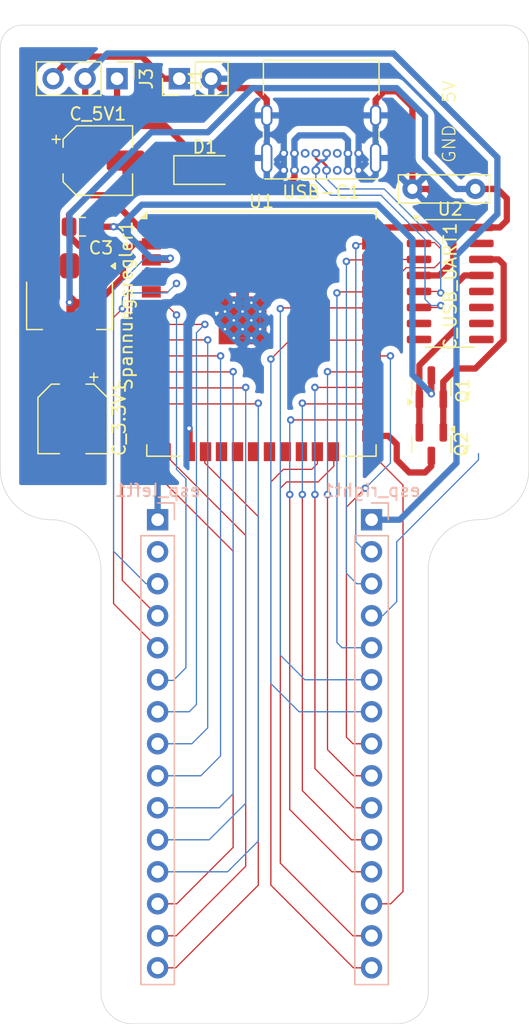
<source format=kicad_pcb>
(kicad_pcb (version 20241030) (generator "pcbnew") (generator_version "8.99")
  (layers (0 "F.Cu" signal) (2 "B.Cu" signal) (13 "F.Paste" user) (15 "B.Paste" user) (5 "F.SilkS" user "F.Silkscreen") (7 "B.SilkS" user "B.Silkscreen") (1 "F.Mask" user) (3 "B.Mask" user) (25 "Edge.Cuts" user))
  (net 0 "")
  (net 1 "ESP32_EN")
  (net 2 "GND")
  (net 3 "+3V3")
  (net 4 "+5V")
  (net 5 "Net-(D1-A)")
  (net 6 "VBUS")
  (net 7 "pin4")
  (net 8 "pin10")
  (net 9 "pin7")
  (net 10 "pin5")
  (net 11 "pin6")
  (net 12 "pin13")
  (net 13 "+3.3V")
  (net 14 "pin8")
  (net 15 "pin9")
  (net 16 "pin12")
  (net 17 "pin14")
  (net 18 "pin16")
  (net 19 "pin11")
  (net 20 "pin29")
  (net 21 "pin23")
  (net 22 "ESP32_RX")
  (net 23 "pin27")
  (net 24 "pin24")
  (net 25 "pin30")
  (net 26 "pin28")
  (net 27 "pin31")
  (net 28 "pin37")
  (net 29 "pin33")
  (net 30 "pin36")
  (net 31 "pin26")
  (net 32 "ESP32_TX")
  (net 33 "VCC")
  (net 34 "Net-(Q1-S)")
  (net 35 "Net-(Q1-G)")
  (net 36 "ESP32_IO0")
  (net 37 "D+")
  (net 38 "D-")
  (footprint "Capacitor_SMD:CP_Elec_5x5.7" (layer "F.Cu") (at 124.25 69.5 -90)
    (property "Reference" "C_3.3V1")
    (property "Value" "1uF")
  )
  (footprint "Connector_USB:USB_C_Receptacle_GCT_USB4085" (layer "F.Cu") (at 146.975 49.775 180)
    (property "Reference" "USB-C1")
    (property "Value" "USB_C_Receptacle_USB2.0_16P")
  )
  (footprint "RF_Module:ESP32-WROOM-32UE" (layer "F.Cu") (at 139.25 62.75)
    (property "Reference" "U1")
    (property "Value" "ESP32-WROOM-32UE")
  )
  (footprint "Diode_SMD:D_1206_3216Metric_Pad1.42x1.75mm_HandSolder" (layer "F.Cu") (at 134.75 49.75)
    (property "Reference" "D1")
    (property "Value" "D_Schottky")
  )
  (footprint "Package_SO:SOIC-16_3.9x9.9mm_P1.27mm" (layer "F.Cu") (at 154.25 58.75)
    (property "Reference" "U2")
    (property "Value" "CH340C")
  )
  (footprint "Package_TO_SOT_SMD:SOT-23" (layer "F.Cu") (at 152.75 71.5 -90)
    (property "Reference" "Q2")
    (property "Value" "BSS138")
  )
  (footprint "Package_TO_SOT_SMD:SOT-223-3_TabPin2" (layer "F.Cu") (at 124 60.5 -90)
    (property "Reference" "Spannungsregler1")
    (property "Value" "AMS1117-3.3")
  )
  (footprint "Package_TO_SOT_SMD:SOT-23" (layer "F.Cu") (at 152.75 67 90)
    (property "Reference" "Q1")
    (property "Value" "BSS138")
  )
  (footprint "Connector_PinHeader_2.54mm:PinHeader_1x02_P2.54mm_Vertical" (layer "F.Cu") (at 132.725 42.5 90)
    (property "Reference" "J1")
    (property "Value" "Conn_01x02_Pin")
  )
  (footprint "Capacitor_SMD:C_0805_2012Metric_Pad1.18x1.45mm_HandSolder" (layer "F.Cu") (at 125 54.25 180)
    (property "Reference" "C3")
    (property "Value" "1uF")
  )
  (footprint "Connector_PinHeader_2.54mm:PinHeader_1x03_P2.54mm_Vertical" (layer "F.Cu") (at 127.775 42.5 -90)
    (property "Reference" "J3")
    (property "Value" "Conn_01x03_Pin")
  )
  (footprint "Capacitor_THT:C_Rect_L7.0mm_W2.0mm_P5.00mm" (layer "F.Cu") (at 156.25 51.25 180)
    (property "Reference" "C_USB_UART1")
    (property "Value" "100nF")
  )
  (footprint "Capacitor_SMD:CP_Elec_5x5.7" (layer "F.Cu") (at 126.25 49)
    (property "Reference" "C_5V1")
    (property "Value" "1uF")
  )
  (footprint "Connector_PinHeader_2.54mm:PinHeader_1x15_P2.54mm_Vertical" (layer "B.Cu") (at 148 77.5 180)
    (property "Reference" "esp_right1")
    (property "Value" "Conn_01x15_Pin")
  )
  (footprint "Connector_PinHeader_2.54mm:PinHeader_1x15_P2.54mm_Vertical" (layer "B.Cu") (at 131 77.5 180)
    (property "Reference" "esp_left1")
    (property "Value" "Conn_01x15_Pin")
  )
  (gr_arc (start 158.75 38.25) (mid 159.987437 38.762563) (end 160.5 40) (stroke (width 0.05)) (layer "Edge.Cuts"))
  (gr_line (start 160.5 73.5) (end 160.5 40) (stroke (width 0.05)) (layer "Edge.Cuts"))
  (gr_line (start 126.5 81.5) (end 126.5 114) (stroke (width 0.05)) (layer "Edge.Cuts"))
  (gr_arc (start 160.5 73.5) (mid 159.328427 76.328427) (end 156.5 77.5) (stroke (width 0.05)) (layer "Edge.Cuts"))
  (gr_arc (start 129 117.5) (mid 127.232233 116.767767) (end 126.5 115) (stroke (width 0.05)) (layer "Edge.Cuts"))
  (gr_arc (start 152.5 115) (mid 151.767767 116.767767) (end 150 117.5) (stroke (width 0.05)) (layer "Edge.Cuts"))
  (gr_arc (start 152.5 81.5) (mid 153.671573 78.671573) (end 156.5 77.5) (stroke (width 0.05)) (layer "Edge.Cuts"))
  (gr_line (start 129 117.5) (end 150 117.5) (stroke (width 0.05)) (layer "Edge.Cuts"))
  (gr_arc (start 122.5 77.5) (mid 125.328427 78.671573) (end 126.5 81.5) (stroke (width 0.05)) (layer "Edge.Cuts"))
  (gr_line (start 118.5 40) (end 118.5 73.5) (stroke (width 0.05)) (layer "Edge.Cuts"))
  (gr_arc (start 122.5 77.5) (mid 119.671573 76.328427) (end 118.5 73.5) (stroke (width 0.05)) (layer "Edge.Cuts"))
  (gr_line (start 126.5 115) (end 126.5 114) (stroke (width 0.05)) (layer "Edge.Cuts"))
  (gr_line (start 158.75 38.25) (end 120.25 38.25) (stroke (width 0.05)) (layer "Edge.Cuts"))
  (gr_arc (start 118.5 40) (mid 119.012563 38.762563) (end 120.25 38.25) (stroke (width 0.05)) (layer "Edge.Cuts"))
  (gr_line (start 152.5 81.5) (end 152.5 115) (stroke (width 0.05)) (layer "Edge.Cuts"))
  (gr_text "5V\n" (at 154.75 44.5 90) (layer "F.SilkS") (effects (font (size 1 1) (thickness 0.1)) (justify left bottom)))
  (gr_text "GND\n" (at 154.75 49.25 90) (layer "F.SilkS") (effects (font (size 1 1) (thickness 0.1)) (justify left bottom)))
  (segment (start 152.75 67.5) (end 152.75 67.25) (width 0.5) (layer "F.Cu") (net 1))
  (segment (start 127.5 54.25) (end 126.0375 54.25) (width 0.5) (layer "F.Cu") (net 1))
  (segment (start 152.75 66.0625) (end 152.75 67.5) (width 0.5) (layer "F.Cu") (net 1))
  (segment (start 131.87 56.88) (end 130.5 56.88) (width 0.5) (layer "F.Cu") (net 1))
  (segment (start 132 56.75) (end 131.87 56.88) (width 0.5) (layer "F.Cu") (net 1))
  (via (at 152.75 67.5) (size 0.6) (drill 0.3) (layers "F.Cu" "B.Cu") (net 1))
  (via (at 127.5 54.25) (size 0.6) (drill 0.3) (layers "F.Cu" "B.Cu") (net 1))
  (via (at 132 56.75) (size 0.6) (drill 0.3) (layers "F.Cu" "B.Cu") (net 1))
  (segment (start 128.625 53.625) (end 129.75 52.5) (width 0.5) (layer "B.Cu") (net 1))
  (segment (start 127.5 60.124322) (end 127.5 59.75) (width 0.1) (layer "B.Cu") (net 1))
  (segment (start 128 54.25) (end 128.625 53.625) (width 0.5) (layer "B.Cu") (net 1))
  (segment (start 127.5 59.25) (end 130.25 56.5) (width 0.1) (layer "B.Cu") (net 1))
  (segment (start 128.75 55) (end 128.625 54.875) (width 0.5) (layer "B.Cu") (net 1))
  (segment (start 129.75 52.5) (end 148.5 52.5) (width 0.5) (layer "B.Cu") (net 1))
  (segment (start 128.625 54.875) (end 128.625 53.625) (width 0.5) (layer "B.Cu") (net 1))
  (segment (start 127.5 54.25) (end 128 54.25) (width 0.5) (layer "B.Cu") (net 1))
  (segment (start 128 54.25) (end 128.375 54.625) (width 0.5) (layer "B.Cu") (net 1))
  (segment (start 130.5 56.75) (end 132 56.75) (width 0.5) (layer "B.Cu") (net 1))
  (segment (start 128.625 53.625) (end 128.375 53.875) (width 0.5) (layer "B.Cu") (net 1))
  (segment (start 128.75 55) (end 130.25 56.5) (width 0.5) (layer "B.Cu") (net 1))
  (segment (start 128.375 53.875) (end 128.375 54.625) (width 0.5) (layer "B.Cu") (net 1))
  (segment (start 131 82.58) (end 130.08 82.58) (width 0.1) (layer "B.Cu") (net 1))
  (segment (start 127.5 80) (end 127.5 59.75) (width 0.1) (layer "B.Cu") (net 1))
  (segment (start 148.5 52.5) (end 151.25 55.25) (width 0.5) (layer "B.Cu") (net 1))
  (segment (start 127.5 59.75) (end 127.5 59.25) (width 0.1) (layer "B.Cu") (net 1))
  (segment (start 151.25 55.25) (end 151.25 66) (width 0.5) (layer "B.Cu") (net 1))
  (segment (start 130.08 82.58) (end 127.5 80) (width 0.1) (layer "B.Cu") (net 1))
  (segment (start 128.375 54.625) (end 128.75 55) (width 0.5) (layer "B.Cu") (net 1))
  (segment (start 151.25 66) (end 152.75 67.5) (width 0.5) (layer "B.Cu") (net 1))
  (segment (start 130.25 56.5) (end 130.5 56.75) (width 0.5) (layer "B.Cu") (net 1))
  (segment (start 136.59 54.34) (end 137.75 55.5) (width 0.5) (layer "F.Cu") (net 2))
  (segment (start 126.3 57.35) (end 126.3 56.3) (width 0.5) (layer "F.Cu") (net 2))
  (segment (start 148.035 54.305) (end 148 54.34) (width 0.5) (layer "F.Cu") (net 2))
  (segment (start 128.45 49) (end 128.45 50.3) (width 0.5) (layer "F.Cu") (net 2))
  (segment (start 138.66 54.34) (end 137.75 55.25) (width 0.5) (layer "F.Cu") (net 2))
  (segment (start 139.675 45.325) (end 139.75 45.25) (width 0.5) (layer "F.Cu") (net 2))
  (segment (start 125.5 51.75) (end 123.9625 53.2875) (width 0.5) (layer "F.Cu") (net 2))
  (segment (start 125.75 55.75) (end 124.75 55.75) (width 0.5) (layer "F.Cu") (net 2))
  (segment (start 137.75 60.28) (end 137.75 56) (width 1) (layer "F.Cu") (net 2))
  (segment (start 149 43.5) (end 148.325 44.175) (width 0.5) (layer "F.Cu") (net 2))
  (segment (start 141 48.5) (end 141.025 48.525) (width 0.5) (layer "F.Cu") (net 2))
  (segment (start 136.25 54.34) (end 139.5 54.34) (width 0.5) (layer "F.Cu") (net 2))
  (segment (start 153.75 53.75) (end 153.75 52.5) (width 0.5) (layer "F.Cu") (net 2))
  (segment (start 139.5 54.34) (end 138.66 54.34) (width 0.5) (layer "F.Cu") (net 2))
  (segment (start 153.75 52.5) (end 152.5 51.25) (width 0.5) (layer "F.Cu") (net 2))
  (segment (start 151.775 54.305) (end 153.195 54.305) (width 0.5) (layer "F.Cu") (net 2))
  (segment (start 135.75 54.34) (end 136.25 54.34) (width 0.5) (layer "F.Cu") (net 2))
  (segment (start 139.675 45.415) (end 139.675 44.175) (width 0.5) (layer "F.Cu") (net 2))
  (segment (start 141.025 48.425) (end 141.025 48.475) (width 0.5) (layer "F.Cu") (net 2))
  (segment (start 136.25 54.5) (end 137.75 56) (width 0.5) (layer "F.Cu") (net 2))
  (segment (start 151.275 54.305) (end 148.035 54.305) (width 0.5) (layer "F.Cu") (net 2))
  (segment (start 137.75 56) (end 139.41 54.34) (width 0.5) (layer "F.Cu") (net 2))
  (segment (start 126.3 56.3) (end 125.75 55.75) (width 0.5) (layer "F.Cu") (net 2))
  (segment (start 139.41 54.34) (end 139.5 54.34) (width 0.5) (layer "F.Cu") (net 2))
  (segment (start 139.675 44.175) (end 138.75 43.25) (width 0.5) (layer "F.Cu") (net 2))
  (segment (start 135.75 54.34) (end 136.84 54.34) (width 0.5) (layer "F.Cu") (net 2))
  (segment (start 150 43.5) (end 149 43.5) (width 0.5) (layer "F.Cu") (net 2))
  (segment (start 152.5 51.25) (end 151.25 51.25) (width 0.5) (layer "F.Cu") (net 2))
  (segment (start 130.5 54.34) (end 135.75 54.34) (width 0.5) (layer "F.Cu") (net 2))
  (segment (start 151.25 44.75) (end 150 43.5) (width 0.5) (layer "F.Cu") (net 2))
  (segment (start 137.75 55.25) (end 137.75 54.75) (width 1) (layer "F.Cu") (net 2))
  (segment (start 128.45 50.3) (end 127 51.75) (width 0.5) (layer "F.Cu") (net 2))
  (segment (start 153.195 54.305) (end 153.75 53.75) (width 0.5) (layer "F.Cu") (net 2))
  (segment (start 136.25 54.34) (end 136.59 54.34) (width 0.5) (layer "F.Cu") (net 2))
  (segment (start 136.015 43.25) (end 135.265 42.5) (width 0.5) (layer "F.Cu") (net 2))
  (segment (start 137.75 56) (end 137.75 55.5) (width 1) (layer "F.Cu") (net 2))
  (segment (start 148.325 44.175) (end 148.325 45.415) (width 0.5) (layer "F.Cu") (net 2))
  (segment (start 139.5 54.34) (end 148 54.34) (width 0.5) (layer "F.Cu") (net 2))
  (segment (start 136.84 54.34) (end 137.75 55.25) (width 0.5) (layer "F.Cu") (net 2))
  (segment (start 133.535 72.1) (end 133.535 70.25) (width 0.5) (layer "F.Cu") (net 2))
  (segment (start 138.75 43.25) (end 136.015 43.25) (width 0.5) (layer "F.Cu") (net 2))
  (segment (start 136.25 54.34) (end 136.25 54.5) (width 0.5) (layer "F.Cu") (net 2))
  (segment (start 141.025 48.475) (end 141 48.5) (width 0.5) (layer "F.Cu") (net 2))
  (segment (start 123.9625 54.9625) (end 123.9625 54.25) (width 0.5) (layer "F.Cu") (net 2))
  (segment (start 129.59 54.34) (end 127 51.75) (width 0.5) (layer "F.Cu") (net 2))
  (segment (start 124.75 55.75) (end 123.9625 54.9625) (width 0.5) (layer "F.Cu") (net 2))
  (segment (start 139.5 54.34) (end 138.91 54.34) (width 0.5) (layer "F.Cu") (net 2))
  (segment (start 127 51.75) (end 125.5 51.75) (width 0.5) (layer "F.Cu") (net 2))
  (segment (start 138.91 54.34) (end 137.75 55.5) (width 0.5) (layer "F.Cu") (net 2))
  (segment (start 151.25 51.25) (end 151.25 44.75) (width 0.5) (layer "F.Cu") (net 2))
  (segment (start 133.535 70.25) (end 133.5 70.25) (width 0.5) (layer "F.Cu") (net 2))
  (segment (start 130.5 54.34) (end 129.59 54.34) (width 0.5) (layer "F.Cu") (net 2))
  (segment (start 137.75 55.5) (end 137.75 55.25) (width 1) (layer "F.Cu") (net 2))
  (segment (start 139.675 45.415) (end 139.675 45.325) (width 0.5) (layer "F.Cu") (net 2))
  (segment (start 123.9625 53.2875) (end 123.9625 54.25) (width 0.5) (layer "F.Cu") (net 2))
  (via (at 133.5 70.25) (size 0.6) (drill 0.3) (layers "F.Cu" "B.Cu") (net 2))
  (segment (start 139.675 50.425) (end 140 50.75) (width 0.5) (layer "B.Cu") (net 2))
  (segment (start 139.675 45.415) (end 139.675 48.795) (width 0.5) (layer "B.Cu") (net 2))
  (segment (start 141.025 50.225) (end 141.025 49.775) (width 0.5) (layer "B.Cu") (net 2))
  (segment (start 139.15 62.38) (end 138.45 63.08) (width 0.1) (layer "B.Cu") (net 2))
  (segment (start 137.75 60.98) (end 138.45 61.68) (width 0.1) (layer "B.Cu") (net 2))
  (segment (start 137.05 61.68) (end 137.75 62.38) (width 0.1) (layer "B.Cu") (net 2))
  (segment (start 134 61.25) (end 134.5 60.75) (width 0.5) (layer "B.Cu") (net 2))
  (segment (start 137.05 63.08) (end 136.35 62.38) (width 0.1) (layer "B.Cu") (net 2))
  (segment (start 131 60.75) (end 131.5 60.25) (width 0.5) (layer "B.Cu") (net 2))
  (segment (start 139.15 62.38) (end 139.15 60.98) (width 0.1) (layer "B.Cu") (net 2))
  (segment (start 148.325 50.175) (end 148.325 48.795) (width 0.5) (layer "B.Cu") (net 2))
  (segment (start 133.75 61.5) (end 134 61.25) (width 0.5) (layer "B.Cu") (net 2))
  (segment (start 147.25 50.5) (end 148 50.5) (width 0.5) (layer "B.Cu") (net 2))
  (segment (start 140 50.75) (end 140.5 50.75) (width 0.5) (layer "B.Cu") (net 2))
  (segment (start 145.75 45.5) (end 142 45.5) (width 0.5) (layer "B.Cu") (net 2))
  (segment (start 137.75 62.38) (end 138.45 61.68) (width 0.1) (layer "B.Cu") (net 2))
  (segment (start 133.75 60.25) (end 134 60.25) (width 0.5) (layer "B.Cu") (net 2))
  (segment (start 131.5 60.25) (end 133.75 60.25) (width 0.5) (layer "B.Cu") (net 2))
  (segment (start 139.675 48.795) (end 139.675 50.425) (width 0.5) (layer "B.Cu") (net 2))
  (segment (start 146.975 50.225) (end 147.25 50.5) (width 0.5) (layer "B.Cu") (net 2))
  (segment (start 136.35 62.38) (end 137.05 61.68) (width 0.1) (layer "B.Cu") (net 2))
  (segment (start 134 60.25) (end 134.5 60.75) (width 0.5) (layer "B.Cu") (net 2))
  (segment (start 133.875 60.875) (end 133.75 60.75) (width 0.5) (layer "B.Cu") (net 2))
  (segment (start 139.15 60.98) (end 138.45 61.68) (width 0.5) (layer "B.Cu") (net 2))
  (segment (start 148 50.5) (end 148.325 50.175) (width 0.5) (layer "B.Cu") (net 2))
  (segment (start 137.05 63.08) (end 137.75 62.38) (width 0.1) (layer "B.Cu") (net 2))
  (segment (start 134.375 60.875) (end 133.875 60.875) (width 0.5) (layer "B.Cu") (net 2))
  (segment (start 140.5 50.75) (end 141.025 50.225) (width 0.5) (layer "B.Cu") (net 2))
  (segment (start 138.45 60.28) (end 139.15 60.98) (width 0.5) (layer "B.Cu") (net 2))
  (segment (start 142 45.5) (end 141.025 46.475) (width 0.5) (layer "B.Cu") (net 2))
  (segment (start 133.75 60.25) (end 133.75 61.5) (width 0.5) (layer "B.Cu") (net 2))
  (segment (start 136.35 60.98) (end 137.05 61.68) (width 0.1) (layer "B.Cu") (net 2))
  (segment (start 146.975 49.775) (end 146.975 50.225) (width 0.5) (layer "B.Cu") (net 2))
  (segment (start 137.75 62.38) (end 138.45 63.08) (width 0.1) (layer "B.Cu") (net 2))
  (segment (start 141.025 46.475) (end 141.025 48.425) (width 0.5) (layer "B.Cu") (net 2))
  (segment (start 137.05 63.08) (end 138.45 63.08) (width 0.1) (layer "B.Cu") (net 2))
  (segment (start 146.975 48.425) (end 146.975 46.725) (width 0.5) (layer "B.Cu") (net 2))
  (segment (start 146.975 46.725) (end 145.75 45.5) (width 0.5) (layer "B.Cu") (net 2))
  (segment (start 136.58 60.75) (end 137.05 60.28) (width 0.5) (layer "B.Cu") (net 2))
  (segment (start 133.75 60.25) (end 133.75 60.75) (width 0.5) (layer "B.Cu") (net 2))
  (segment (start 138.45 61.68) (end 139.15 62.38) (width 0.1) (layer "B.Cu") (net 2))
  (segment (start 134.5 60.75) (end 134.375 60.875) (width 0.5) (layer "B.Cu") (net 2))
  (segment (start 141.025 48.425) (end 141.025 49.775) (width 0.5) (layer "B.Cu") (net 2))
  (segment (start 146.975 48.425) (end 146.975 49.775) (width 0.5) (layer "B.Cu") (net 2))
  (segment (start 148.325 45.415) (end 148.325 48.795) (width 0.5) (layer "B.Cu") (net 2))
  (segment (start 134.5 60.75) (end 136.58 60.75) (width 0.5) (layer "B.Cu") (net 2))
  (segment (start 133.75 60.75) (end 133.75 61) (width 0.5) (layer "B.Cu") (net 2))
  (segment (start 137.75 60.98) (end 137.05 61.68) (width 0.1) (layer "B.Cu") (net 2))
  (segment (start 133.75 61) (end 134 61.25) (width 0.5) (layer "B.Cu") (net 2))
  (segment (start 133.5 61.75) (end 133.75 61.5) (width 0.5) (layer "B.Cu") (net 2))
  (segment (start 131 77.5) (end 131 60.75) (width 0.5) (layer "B.Cu") (net 2))
  (segment (start 133.5 70.25) (end 133.5 61.75) (width 0.5) (layer "B.Cu") (net 2))
  (segment (start 137.05 60.28) (end 138.45 60.28) (width 0.5) (layer "B.Cu") (net 2))
  (segment (start 158 51.25) (end 157.5 51.25) (width 0.5) (layer "F.Cu") (net 3))
  (segment (start 154.5 55.25) (end 155.445 54.305) (width 0.5) (layer "F.Cu") (net 3))
  (segment (start 128.25 58.25) (end 126.25 60.25) (width 0.5) (layer "F.Cu") (net 3))
  (segment (start 124.5 60.25) (end 124 59.75) (width 0.5) (layer "F.Cu") (net 3))
  (segment (start 156.25 51.25) (end 157.5 51.25) (width 0.5) (layer "F.Cu") (net 3))
  (segment (start 124 57.35) (end 124 59.75) (width 0.5) (layer "F.Cu") (net 3))
  (segment (start 129.14 55.61) (end 128.25 56.5) (width 0.5) (layer "F.Cu") (net 3))
  (segment (start 124.25 63.9) (end 124 63.65) (width 0.5) (layer "F.Cu") (net 3))
  (segment (start 124.25 67.3) (end 124.25 63.9) (width 0.5) (layer "F.Cu") (net 3))
  (segment (start 130.5 55.61) (end 129.14 55.61) (width 0.5) (layer "F.Cu") (net 3))
  (segment (start 154.5 57) (end 154.5 55.25) (width 0.5) (layer "F.Cu") (net 3))
  (segment (start 124 60.25) (end 124 60) (width 0.5) (layer "F.Cu") (net 3))
  (segment (start 153.385 58.115) (end 154.5 57) (width 0.5) (layer "F.Cu") (net 3))
  (segment (start 155.445 54.305) (end 156.725 54.305) (width 0.5) (layer "F.Cu") (net 3))
  (segment (start 124.75 60.25) (end 124 61) (width 0.5) (layer "F.Cu") (net 3))
  (segment (start 128.25 56.5) (end 128.25 58.25) (width 0.5) (layer "F.Cu") (net 3))
  (segment (start 158.75 52) (end 158 51.25) (width 0.5) (layer "F.Cu") (net 3))
  (segment (start 151.775 58.115) (end 153.385 58.115) (width 0.5) (layer "F.Cu") (net 3))
  (segment (start 156.25 51.25) (end 158 51.25) (width 0.5) (layer "F.Cu") (net 3))
  (segment (start 126.25 60.25) (end 124.75 60.25) (width 0.5) (layer "F.Cu") (net 3))
  (segment (start 158.195 54.305) (end 158.75 53.75) (width 0.5) (layer "F.Cu") (net 3))
  (segment (start 158.75 53.75) (end 158.75 52) (width 0.5) (layer "F.Cu") (net 3))
  (segment (start 124 60.25) (end 124 61) (width 0.5) (layer "F.Cu") (net 3))
  (segment (start 124 59.75) (end 124 60.25) (width 0.5) (layer "F.Cu") (net 3))
  (segment (start 124 61) (end 124 63.65) (width 0.5) (layer "F.Cu") (net 3))
  (segment (start 124.75 60.25) (end 124 60.25) (width 0.5) (layer "F.Cu") (net 3))
  (segment (start 156.725 54.305) (end 158.195 54.305) (width 0.5) (layer "F.Cu") (net 3))
  (segment (start 124.75 60.25) (end 124.5 60.25) (width 0.5) (layer "F.Cu") (net 3))
  (via (at 124 60.25) (size 0.6) (drill 0.3) (layers "F.Cu" "B.Cu") (net 3))
  (segment (start 130.5 46.75) (end 124 53.25) (width 0.5) (layer "B.Cu") (net 3))
  (segment (start 150 43.25) (end 138.5 43.25) (width 0.5) (layer "B.Cu") (net 3))
  (segment (start 152.25 45.5) (end 150 43.25) (width 0.5) (layer "B.Cu") (net 3))
  (segment (start 152.25 48.75) (end 152.25 45.5) (width 0.5) (layer "B.Cu") (net 3))
  (segment (start 124 53.25) (end 124 60.25) (width 0.5) (layer "B.Cu") (net 3))
  (segment (start 138.5 43.25) (end 135 46.75) (width 0.5) (layer "B.Cu") (net 3))
  (segment (start 135 46.75) (end 130.5 46.75) (width 0.5) (layer "B.Cu") (net 3))
  (segment (start 154.75 51.25) (end 152.25 48.75) (width 0.5) (layer "B.Cu") (net 3))
  (segment (start 156.25 51.25) (end 154.75 51.25) (width 0.5) (layer "B.Cu") (net 3))
  (segment (start 122.2 49) (end 121.7 48.5) (width 0.5) (layer "F.Cu") (net 4))
  (segment (start 125.25 42.515) (end 125.235 42.5) (width 0.5) (layer "F.Cu") (net 4))
  (segment (start 122.5 49) (end 121.75 49.75) (width 0.5) (layer "F.Cu") (net 4))
  (segment (start 124.05 49) (end 122.5 49) (width 0.5) (layer "F.Cu") (net 4))
  (segment (start 121.7 49.75) (end 121.7 49) (width 0.5) (layer "F.Cu") (net 4))
  (segment (start 122.5 49) (end 121.7 49) (width 0.5) (layer "F.Cu") (net 4))
  (segment (start 121.7 48.5) (end 121.7 48.25) (width 0.5) (layer "F.Cu") (net 4))
  (segment (start 121.7 50.25) (end 121.7 49.75) (width 0.5) (layer "F.Cu") (net 4))
  (segment (start 121.7 49) (end 121.7 48.5) (width 0.5) (layer "F.Cu") (net 4))
  (segment (start 124.05 49) (end 122.95 49) (width 0.5) (layer "F.Cu") (net 4))
  (segment (start 121.7 47.55) (end 125.25 44) (width 0.5) (layer "F.Cu") (net 4))
  (segment (start 123.15 49) (end 121.7 47.55) (width 0.5) (layer "F.Cu") (net 4))
  (segment (start 121.75 49.75) (end 121.7 49.75) (width 0.5) (layer "F.Cu") (net 4))
  (segment (start 124.05 49) (end 123.15 49) (width 0.5) (layer "F.Cu") (net 4))
  (segment (start 125.25 44) (end 125.25 42.515) (width 0.5) (layer "F.Cu") (net 4))
  (segment (start 122.45 49) (end 121.7 48.25) (width 0.5) (layer "F.Cu") (net 4))
  (segment (start 121.7 57.35) (end 121.7 57.45) (width 0.5) (layer "F.Cu") (net 4))
  (segment (start 122.5 49) (end 122.45 49) (width 0.5) (layer "F.Cu") (net 4))
  (segment (start 121.7 57.35) (end 121.7 50.25) (width 0.5) (layer "F.Cu") (net 4))
  (segment (start 121.7 57.45) (end 121.75 57.5) (width 0.5) (layer "F.Cu") (net 4))
  (segment (start 122.95 49) (end 121.7 50.25) (width 0.5) (layer "F.Cu") (net 4))
  (segment (start 122.5 49) (end 122.2 49) (width 0.5) (layer "F.Cu") (net 4))
  (segment (start 121.7 48.25) (end 121.7 47.55) (width 0.5) (layer "F.Cu") (net 4))
  (segment (start 149.75 40.5) (end 127 40.5) (width 0.5) (layer "B.Cu") (net 4))
  (segment (start 154.75 73) (end 154.75 56.5) (width 0.5) (layer "B.Cu") (net 4))
  (segment (start 158 53.25) (end 158 48.75) (width 0.5) (layer "B.Cu") (net 4))
  (segment (start 150.25 77.5) (end 154.75 73) (width 0.5) (layer "B.Cu") (net 4))
  (segment (start 127 40.5) (end 125.235 42.265) (width 0.5) (layer "B.Cu") (net 4))
  (segment (start 158 48.75) (end 149.75 40.5) (width 0.5) (layer "B.Cu") (net 4))
  (segment (start 154.75 56.5) (end 158 53.25) (width 0.5) (layer "B.Cu") (net 4))
  (segment (start 125.235 42.265) (end 125.235 42.5) (width 0.5) (layer "B.Cu") (net 4))
  (segment (start 148 77.5) (end 150.25 77.5) (width 0.5) (layer "B.Cu") (net 4))
  (segment (start 141.875 48.375) (end 141.924 48.326) (width 0.5) (layer "F.Cu") (net 5))
  (segment (start 141.875 48.425) (end 141.875 48.375) (width 0.5) (layer "F.Cu") (net 5))
  (segment (start 136.4875 50) (end 136.2375 49.75) (width 0.5) (layer "F.Cu") (net 5))
  (segment (start 139 51) (end 138 50) (width 0.5) (layer "F.Cu") (net 5))
  (segment (start 141.25 51) (end 139 51) (width 0.5) (layer "F.Cu") (net 5))
  (segment (start 141.875 50.375) (end 141.875 49.775) (width 0.5) (layer "F.Cu") (net 5))
  (segment (start 141.875 50.375) (end 141.25 51) (width 0.5) (layer "F.Cu") (net 5))
  (segment (start 138 50) (end 136.4875 50) (width 0.5) (layer "F.Cu") (net 5))
  (segment (start 141.875 48.425) (end 141.875 49.775) (width 0.5) (layer "B.Cu") (net 5))
  (segment (start 141.875 47.375) (end 141.875 48.425) (width 0.5) (layer "B.Cu") (net 5))
  (segment (start 146.125 49.775) (end 146.125 48.425) (width 0.5) (layer "B.Cu") (net 5))
  (segment (start 142.25 47) (end 141.875 47.375) (width 0.5) (layer "B.Cu") (net 5))
  (segment (start 146.125 47.375) (end 145.75 47) (width 0.5) (layer "B.Cu") (net 5))
  (segment (start 146.125 48.425) (end 146.125 47.375) (width 0.5) (layer "B.Cu") (net 5))
  (segment (start 145.75 47) (end 142.25 47) (width 0.5) (layer "B.Cu") (net 5))
  (segment (start 129.75 46.25) (end 131.625 46.25) (width 0.5) (layer "F.Cu") (net 6))
  (segment (start 131.625 46.25) (end 133.2625 47.8875) (width 0.5) (layer "F.Cu") (net 6))
  (segment (start 127.775 42.5) (end 127.775 44.275) (width 0.5) (layer "F.Cu") (net 6))
  (segment (start 127.775 44.275) (end 129.75 46.25) (width 0.5) (layer "F.Cu") (net 6))
  (segment (start 133.2625 47.8875) (end 133.2625 49.75) (width 0.5) (layer "F.Cu") (net 6))
  (segment (start 128.19 82.31) (end 128.19 62.75) (width 0.1) (layer "F.Cu") (net 7))
  (segment (start 128.19 62.75) (end 128.75 62.19) (width 0.1) (layer "F.Cu") (net 7))
  (segment (start 131 85.12) (end 128.19 82.31) (width 0.1) (layer "F.Cu") (net 7))
  (segment (start 129.6 58.15) (end 130.5 58.15) (width 0.1) (layer "F.Cu") (net 7))
  (segment (start 128.75 62.19) (end 128.75 59) (width 0.1) (layer "F.Cu") (net 7))
  (segment (start 128.75 59) (end 129.6 58.15) (width 0.1) (layer "F.Cu") (net 7))
  (segment (start 136.98 65.77) (end 137 65.75) (width 0.1) (layer "F.Cu") (net 8))
  (segment (start 130.5 65.77) (end 136.98 65.77) (width 0.1) (layer "F.Cu") (net 8))
  (via (at 137 65.75) (size 0.6) (drill 0.3) (layers "F.Cu" "B.Cu") (net 8))
  (segment (start 137 99.25) (end 137 65.75) (width 0.1) (layer "B.Cu") (net 8))
  (segment (start 135.89 100.36) (end 137 99.25) (width 0.1) (layer "B.Cu") (net 8))
  (segment (start 131 100.36) (end 135.89 100.36) (width 0.1) (layer "B.Cu") (net 8))
  (segment (start 130.54 62) (end 130.5 61.96) (width 0.1) (layer "F.Cu") (net 9))
  (segment (start 130.626 62.086) (end 130.5 61.96) (width 0.1) (layer "F.Cu") (net 9))
  (segment (start 134.75 62) (end 134.664 62.086) (width 0.1) (layer "F.Cu") (net 9))
  (segment (start 134.75 62) (end 130.54 62) (width 0.1) (layer "F.Cu") (net 9))
  (via (at 134.75 62) (size 0.6) (drill 0.3) (layers "F.Cu" "B.Cu") (net 9))
  (segment (start 134.086 62.664) (end 134.75 62) (width 0.1) (layer "B.Cu") (net 9))
  (segment (start 134.086 92.164) (end 133.51 92.74) (width 0.1) (layer "B.Cu") (net 9))
  (segment (start 133.51 92.74) (end 131 92.74) (width 0.1) (layer "B.Cu") (net 9))
  (segment (start 134.086 62.664) (end 134.086 92.164) (width 0.1) (layer "B.Cu") (net 9))
  (segment (start 134 75.208521) (end 134.036 75.172521) (width 0.1) (layer "B.Cu") (net 9))
  (segment (start 130.5 59.42) (end 131.83 59.42) (width 0.1) (layer "F.Cu") (net 10))
  (segment (start 131.83 59.42) (end 132.5 58.75) (width 0.1) (layer "F.Cu") (net 10))
  (segment (start 127.5 84.16) (end 131 87.66) (width 0.1) (layer "F.Cu") (net 10))
  (segment (start 127.5 61.45) (end 127.5 84.16) (width 0.1) (layer "F.Cu") (net 10))
  (segment (start 128.2 60.75) (end 127.5 61.45) (width 0.1) (layer "F.Cu") (net 10))
  (via (at 128.2 60.75) (size 0.6) (drill 0.3) (layers "F.Cu" "B.Cu") (net 10))
  (via (at 132.5 58.75) (size 0.6) (drill 0.3) (layers "F.Cu" "B.Cu") (net 10))
  (segment (start 128.2 59.85) (end 128.55 59.5) (width 0.1) (layer "B.Cu") (net 10))
  (segment (start 128.2 60.75) (end 128.2 59.85) (width 0.1) (layer "B.Cu") (net 10))
  (segment (start 131.75 59.5) (end 128.55 59.5) (width 0.1) (layer "B.Cu") (net 10))
  (segment (start 132.5 58.75) (end 131.75 59.5) (width 0.1) (layer "B.Cu") (net 10))
  (segment (start 131.94 60.69) (end 132.5 61.25) (width 0.1) (layer "F.Cu") (net 11))
  (segment (start 130.5 60.69) (end 131.94 60.69) (width 0.1) (layer "F.Cu") (net 11))
  (via (at 132.5 61.25) (size 0.6) (drill 0.3) (layers "F.Cu" "B.Cu") (net 11))
  (segment (start 131 90.2) (end 131 90.25) (width 0.1) (layer "B.Cu") (net 11))
  (segment (start 132.25 90.25) (end 133.25 89.25) (width 0.1) (layer "B.Cu") (net 11))
  (segment (start 133.25 74.25) (end 132.5 73.5) (width 0.1) (layer "B.Cu") (net 11))
  (segment (start 132.5 73.5) (end 132.5 61.25) (width 0.1) (layer "B.Cu") (net 11))
  (segment (start 133.25 89.25) (end 133.25 74.25) (width 0.1) (layer "B.Cu") (net 11))
  (segment (start 131 90.25) (end 132.25 90.25) (width 0.1) (layer "B.Cu") (net 11))
  (segment (start 129.42 69.58) (end 130.5 69.58) (width 0.1) (layer "F.Cu") (net 12))
  (segment (start 137 80) (end 128.75 71.75) (width 0.1) (layer "F.Cu") (net 12))
  (segment (start 132.52 107.98) (end 137 103.5) (width 0.1) (layer "F.Cu") (net 12))
  (segment (start 137 103.5) (end 137 80) (width 0.1) (layer "F.Cu") (net 12))
  (segment (start 131 107.98) (end 132.52 107.98) (width 0.1) (layer "F.Cu") (net 12))
  (segment (start 128.75 71.75) (end 128.75 70.25) (width 0.1) (layer "F.Cu") (net 12))
  (segment (start 128.75 70.25) (end 129.42 69.58) (width 0.1) (layer "F.Cu") (net 12))
  (segment (start 130.5 63.23) (end 134.98 63.23) (width 0.1) (layer "F.Cu") (net 14))
  (segment (start 135 63.25) (end 134.98 63.23) (width 0.1) (layer "F.Cu") (net 14))
  (via (at 134.98 63.23) (size 0.6) (drill 0.3) (layers "F.Cu" "B.Cu") (net 14))
  (segment (start 134.98 94.02) (end 134.98 63.23) (width 0.1) (layer "B.Cu") (net 14))
  (segment (start 131 95.28) (end 133.72 95.28) (width 0.1) (layer "B.Cu") (net 14))
  (segment (start 133.72 95.28) (end 134.98 94.02) (width 0.1) (layer "B.Cu") (net 14))
  (segment (start 130.5 64.5) (end 136 64.5) (width 0.1) (layer "F.Cu") (net 15))
  (via (at 136 64.5) (size 0.6) (drill 0.3) (layers "F.Cu" "B.Cu") (net 15))
  (segment (start 134.43 97.82) (end 131 97.82) (width 0.1) (layer "B.Cu") (net 15))
  (segment (start 136 64.5) (end 136 96.25) (width 0.1) (layer "B.Cu") (net 15))
  (segment (start 136 96.25) (end 134.43 97.82) (width 0.1) (layer "B.Cu") (net 15))
  (segment (start 130.5 68.31) (end 138.81 68.31) (width 0.1) (layer "F.Cu") (net 16))
  (segment (start 138.81 68.31) (end 139 68.5) (width 0.1) (layer "F.Cu") (net 16))
  (via (at 139 68.25) (size 0.6) (drill 0.3) (layers "F.Cu" "B.Cu") (net 16))
  (segment (start 136.56 105.44) (end 131 105.44) (width 0.1) (layer "B.Cu") (net 16))
  (segment (start 139 103) (end 136.56 105.44) (width 0.1) (layer "B.Cu") (net 16))
  (segment (start 139 68.75) (end 139 103) (width 0.1) (layer "B.Cu") (net 16))
  (segment (start 139 68.5) (end 139 68.75) (width 0.1) (layer "B.Cu") (net 16))
  (segment (start 132 71.5) (end 131.35 70.85) (width 0.1) (layer "F.Cu") (net 17))
  (segment (start 138 105) (end 138 78.75) (width 0.1) (layer "F.Cu") (net 17))
  (segment (start 138 78.75) (end 132 72.75) (width 0.1) (layer "F.Cu") (net 17))
  (segment (start 132 72.75) (end 132 71.5) (width 0.1) (layer "F.Cu") (net 17))
  (segment (start 132.48 110.52) (end 138 105) (width 0.1) (layer "F.Cu") (net 17))
  (segment (start 131 110.52) (end 132.48 110.52) (width 0.1) (layer "F.Cu") (net 17))
  (segment (start 131.35 70.85) (end 130.5 70.85) (width 0.1) (layer "F.Cu") (net 17))
  (segment (start 132.44 113.06) (end 139 106.5) (width 0.1) (layer "F.Cu") (net 18))
  (segment (start 134.75 72.155) (end 134.805 72.1) (width 0.1) (layer "F.Cu") (net 18))
  (segment (start 134.75 73) (end 134.75 72.155) (width 0.1) (layer "F.Cu") (net 18))
  (segment (start 139 106.5) (end 139 77.25) (width 0.1) (layer "F.Cu") (net 18))
  (segment (start 139 77.25) (end 134.75 73) (width 0.1) (layer "F.Cu") (net 18))
  (segment (start 131 113.06) (end 132.44 113.06) (width 0.1) (layer "F.Cu") (net 18))
  (segment (start 130.5 67.04) (end 137.96 67.04) (width 0.1) (layer "F.Cu") (net 19))
  (segment (start 137.96 67.04) (end 138 67) (width 0.1) (layer "F.Cu") (net 19))
  (via (at 138 67) (size 0.6) (drill 0.3) (layers "F.Cu" "B.Cu") (net 19))
  (segment (start 138 100) (end 138 67) (width 0.1) (layer "B.Cu") (net 19))
  (segment (start 131 102.9) (end 135.1 102.9) (width 0.1) (layer "B.Cu") (net 19))
  (segment (start 135.1 102.9) (end 138 100) (width 0.1) (layer "B.Cu") (net 19))
  (segment (start 146.57 97.82) (end 148 97.82) (width 0.1) (layer "F.Cu") (net 20))
  (segment (start 144.52 65.77) (end 144.5 65.75) (width 0.1) (layer "F.Cu") (net 20))
  (segment (start 144.5 95.75) (end 146.57 97.82) (width 0.1) (layer "F.Cu") (net 20))
  (segment (start 148 65.77) (end 144.52 65.77) (width 0.1) (layer "F.Cu") (net 20))
  (segment (start 144.5 75.5) (end 144.5 95.75) (width 0.1) (layer "F.Cu") (net 20))
  (via (at 144.5 75.5) (size 0.6) (drill 0.3) (layers "F.Cu" "B.Cu") (net 20))
  (via (at 144.5 65.75) (size 0.6) (drill 0.3) (layers "F.Cu" "B.Cu") (net 20))
  (segment (start 144.5 75.5) (end 144.5 65.75) (width 0.1) (layer "B.Cu") (net 20))
  (segment (start 141 73.5) (end 140 74.5) (width 0.1) (layer "F.Cu") (net 21))
  (segment (start 147.94 113) (end 148 113.06) (width 0.1) (layer "F.Cu") (net 21))
  (segment (start 140 106.5) (end 146.56 113.06) (width 0.1) (layer "F.Cu") (net 21))
  (segment (start 143.695 73.055) (end 143.25 73.5) (width 0.1) (layer "F.Cu") (net 21))
  (segment (start 143.695 72.1) (end 143.695 73.055) (width 0.1) (layer "F.Cu") (net 21))
  (segment (start 140 74.5) (end 140 106.5) (width 0.1) (layer "F.Cu") (net 21))
  (segment (start 146.56 113.06) (end 148 113.06) (width 0.1) (layer "F.Cu") (net 21))
  (segment (start 143.75 72.155) (end 143.75 72.75) (width 0.1) (layer "F.Cu") (net 21))
  (segment (start 143.25 73.5) (end 141 73.5) (width 0.1) (layer "F.Cu") (net 21))
  (segment (start 143.695 72.1) (end 143.75 72.155) (width 0.1) (layer "F.Cu") (net 21))
  (segment (start 153 57.5) (end 150.75 57.5) (width 0.1) (layer "F.Cu") (net 22))
  (segment (start 145.33 59.42) (end 145.25 59.5) (width 0.1) (layer "F.Cu") (net 22))
  (segment (start 150 58.25) (end 150 58.5) (width 0.1) (layer "F.Cu") (net 22))
  (segment (start 151.775 55.575) (end 151.85 55.5) (width 0.1) (layer "F.Cu") (net 22))
  (segment (start 153.5 57) (end 153 57.5) (width 0.1) (layer "F.Cu") (net 22))
  (segment (start 153 55.5) (end 153.5 56) (width 0.1) (layer "F.Cu") (net 22))
  (segment (start 153.5 56) (end 153.5 57) (width 0.1) (layer "F.Cu") (net 22))
  (segment (start 150.75 57.5) (end 150 58.25) (width 0.1) (layer "F.Cu") (net 22))
  (segment (start 149.08 59.42) (end 148 59.42) (width 0.1) (layer "F.Cu") (net 22))
  (segment (start 150 58.5) (end 149.08 59.42) (width 0.1) (layer "F.Cu") (net 22))
  (segment (start 151.85 55.5) (end 153 55.5) (width 0.1) (layer "F.Cu") (net 22))
  (segment (start 148 59.42) (end 145.33 59.42) (width 0.1) (layer "F.Cu") (net 22))
  (via (at 145.25 59.5) (size 0.6) (drill 0.3) (layers "F.Cu" "B.Cu") (net 22))
  (segment (start 145.66 87.66) (end 145.25 87.25) (width 0.1) (layer "B.Cu") (net 22))
  (segment (start 148 87.66) (end 145.66 87.66) (width 0.1) (layer "B.Cu") (net 22))
  (segment (start 145.25 87.25) (end 145.25 59.5) (width 0.1) (layer "B.Cu") (net 22))
  (segment (start 142.56 68.31) (end 142.5 68.25) (width 0.1) (layer "F.Cu") (net 23))
  (segment (start 148 102.9) (end 146.4 102.9) (width 0.1) (layer "F.Cu") (net 23))
  (segment (start 146.4 102.9) (end 142.5 99) (width 0.1) (layer "F.Cu") (net 23))
  (segment (start 148 68.31) (end 142.56 68.31) (width 0.1) (layer "F.Cu") (net 23))
  (segment (start 142.37 68.25) (end 142.5 68.25) (width 0.1) (layer "F.Cu") (net 23))
  (segment (start 142.5 99) (end 142.5 75.5) (width 0.1) (layer "F.Cu") (net 23))
  (segment (start 142.31 68.31) (end 142.37 68.25) (width 0.1) (layer "F.Cu") (net 23))
  (via (at 142.5 75.5) (size 0.6) (drill 0.3) (layers "F.Cu" "B.Cu") (net 23))
  (via (at 142.5 68.25) (size 0.6) (drill 0.3) (layers "F.Cu" "B.Cu") (net 23))
  (segment (start 142.56 75.44) (end 142.5 75.5) (width 0.1) (layer "B.Cu") (net 23))
  (segment (start 142.5 68.25) (end 142.5 75.5) (width 0.1) (layer "B.Cu") (net 23))
  (segment (start 142.5 68.87) (end 142.5 74.88) (width 0.1) (layer "B.Cu") (net 23))
  (segment (start 145 72.135) (end 145 73.25) (width 0.1) (layer "F.Cu") (net 24))
  (segment (start 146.52 110.52) (end 148 110.52) (width 0.1) (layer "F.Cu") (net 24))
  (segment (start 140.75 75) (end 140.75 104.75) (width 0.1) (layer "F.Cu") (net 24))
  (segment (start 147.98 110.5) (end 148 110.52) (width 0.1) (layer "F.Cu") (net 24))
  (segment (start 140.75 104.75) (end 146.52 110.52) (width 0.1) (layer "F.Cu") (net 24))
  (segment (start 144.965 72.1) (end 145 72.135) (width 0.1) (layer "F.Cu") (net 24))
  (segment (start 143.75 74.5) (end 141.25 74.5) (width 0.1) (layer "F.Cu") (net 24))
  (segment (start 141.25 74.5) (end 140.75 75) (width 0.1) (layer "F.Cu") (net 24))
  (segment (start 145 73.25) (end 143.75 74.5) (width 0.1) (layer "F.Cu") (net 24))
  (segment (start 146 94.75) (end 146.53 95.28) (width 0.1) (layer "F.Cu") (net 25))
  (segment (start 146.53 95.28) (end 148 95.28) (width 0.1) (layer "F.Cu") (net 25))
  (segment (start 146 76.5) (end 146 94.75) (width 0.1) (layer "F.Cu") (net 25))
  (segment (start 148 64.5) (end 149.25 64.5) (width 0.1) (layer "F.Cu") (net 25))
  (segment (start 147.5 75) (end 146 76.5) (width 0.1) (layer "F.Cu") (net 25))
  (via (at 147.5 75) (size 0.6) (drill 0.3) (layers "F.Cu" "B.Cu") (net 25))
  (via (at 149.5 64.5) (size 0.6) (drill 0.3) (layers "F.Cu" "B.Cu") (net 25))
  (segment (start 149.5 73) (end 149.5 64.5) (width 0.1) (layer "B.Cu") (net 25))
  (segment (start 147.5 75) (end 149.5 73) (width 0.1) (layer "B.Cu") (net 25))
  (segment (start 146.61 100.36) (end 148 100.36) (width 0.1) (layer "F.Cu") (net 26))
  (segment (start 143.5 97.25) (end 146.61 100.36) (width 0.1) (layer "F.Cu") (net 26))
  (segment (start 148 67.04) (end 147.96 67) (width 0.1) (layer "F.Cu") (net 26))
  (segment (start 143.5 75.25) (end 143.5 97.25) (width 0.1) (layer "F.Cu") (net 26))
  (segment (start 147.96 67) (end 143.5 67) (width 0.1) (layer "F.Cu") (net 26))
  (via (at 143.5 75.5) (size 0.6) (drill 0.3) (layers "F.Cu" "B.Cu") (net 26))
  (via (at 143.5 67) (size 0.6) (drill 0.3) (layers "F.Cu" "B.Cu") (net 26))
  (segment (start 143.5 75.25) (end 143.5 67.25) (width 0.1) (layer "B.Cu") (net 26))
  (segment (start 141.5 63.25) (end 147.98 63.25) (width 0.1) (layer "F.Cu") (net 27))
  (segment (start 147.98 63.25) (end 148 63.23) (width 0.1) (layer "F.Cu") (net 27))
  (segment (start 140 64.75) (end 141.5 63.25) (width 0.1) (layer "F.Cu") (net 27))
  (via (at 140 64.75) (size 0.6) (drill 0.3) (layers "F.Cu" "B.Cu") (net 27))
  (segment (start 142.24 92.74) (end 148 92.74) (width 0.1) (layer "B.Cu") (net 27))
  (segment (start 140 90.5) (end 142.24 92.74) (width 0.1) (layer "B.Cu") (net 27))
  (segment (start 140 64.75) (end 140 90.5) (width 0.1) (layer "B.Cu") (net 27))
  (segment (start 148.976 58.726) (end 149 58.75) (width 0.05) (layer "F.Cu") (net 28))
  (segment (start 146.89 55.61) (end 146.75 55.75) (width 0.1) (layer "F.Cu") (net 28))
  (segment (start 148 55.61) (end 146.89 55.61) (width 0.1) (layer "F.Cu") (net 28))
  (segment (start 148 80.04) (end 147.96 80) (width 0.1) (layer "F.Cu") (net 28))
  (via (at 146.75 55.75) (size 0.6) (drill 0.3) (layers "F.Cu" "B.Cu") (net 28))
  (segment (start 147.54 80.04) (end 148 80.04) (width 0.1) (layer "B.Cu") (net 28))
  (segment (start 146.75 79.25) (end 147.54 80.04) (width 0.1) (layer "B.Cu") (net 28))
  (segment (start 148 80.04) (end 147.29 80.04) (width 0.1) (layer "B.Cu") (net 28))
  (segment (start 146.75 55.75) (end 146.75 79.25) (width 0.1) (layer "B.Cu") (net 28))
  (segment (start 148 60.69) (end 140.81 60.69) (width 0.1) (layer "F.Cu") (net 29))
  (segment (start 140.81 60.69) (end 140.75 60.75) (width 0.1) (layer "F.Cu") (net 29))
  (via (at 140.75 60.75) (size 0.6) (drill 0.3) (layers "F.Cu" "B.Cu") (net 29))
  (segment (start 148 90.2) (end 142.7 90.2) (width 0.1) (layer "B.Cu") (net 29))
  (segment (start 142.7 90.2) (end 140.75 88.25) (width 0.1) (layer "B.Cu") (net 29))
  (segment (start 140.75 88.25) (end 140.75 60.75) (width 0.1) (layer "B.Cu") (net 29))
  (segment (start 146.12 56.88) (end 146 57) (width 0.1) (layer "F.Cu") (net 30))
  (segment (start 148 56.88) (end 146.12 56.88) (width 0.1) (layer "F.Cu") (net 30))
  (via (at 146 57) (size 0.6) (drill 0.3) (layers "F.Cu" "B.Cu") (net 30))
  (segment (start 146 81.75) (end 146 57) (width 0.1) (layer "B.Cu") (net 30))
  (segment (start 148 82.58) (end 146.83 82.58) (width 0.1) (layer "B.Cu") (net 30))
  (segment (start 146.83 82.58) (end 146 81.75) (width 0.1) (layer "B.Cu") (net 30))
  (segment (start 148 105.44) (end 146.44 105.44) (width 0.1) (layer "F.Cu") (net 31))
  (segment (start 141.5 69.5) (end 141.58 69.58) (width 0.1) (layer "F.Cu") (net 31))
  (segment (start 146.44 105.44) (end 141.5 100.5) (width 0.1) (layer "F.Cu") (net 31))
  (segment (start 141.5 100.5) (end 141.5 75.5) (width 0.1) (layer "F.Cu") (net 31))
  (segment (start 141.58 69.58) (end 148 69.58) (width 0.1) (layer "F.Cu") (net 31))
  (via (at 141.58 69.58) (size 0.6) (drill 0.3) (layers "F.Cu" "B.Cu") (net 31))
  (via (at 141.5 75.5) (size 0.6) (drill 0.3) (layers "F.Cu" "B.Cu") (net 31))
  (segment (start 141.5 69.66) (end 141.5 75.5) (width 0.1) (layer "B.Cu") (net 31))
  (segment (start 141.58 69.58) (end 141.5 69.66) (width 0.1) (layer "B.Cu") (net 31))
  (segment (start 151.775 56.845) (end 150.405 56.845) (width 0.1) (layer "F.Cu") (net 32))
  (segment (start 149.1 58.15) (end 148 58.15) (width 0.1) (layer "F.Cu") (net 32))
  (segment (start 150.405 56.845) (end 149.1 58.15) (width 0.1) (layer "F.Cu") (net 32))
  (segment (start 150 84) (end 150 79.25) (width 0.1) (layer "B.Cu") (net 32))
  (segment (start 148.88 85.12) (end 150 84) (width 0.1) (layer "B.Cu") (net 32))
  (segment (start 156.5 72.75) (end 156.5 72.25) (width 0.1) (layer "B.Cu") (net 32))
  (segment (start 154.5 74.75) (end 156.5 72.75) (width 0.1) (layer "B.Cu") (net 32))
  (segment (start 150 79.25) (end 154.5 74.75) (width 0.1) (layer "B.Cu") (net 32))
  (segment (start 148 85.12) (end 148.88 85.12) (width 0.1) (layer "B.Cu") (net 32))
  (segment (start 131.5 42.5) (end 129.75 40.75) (width 0.5) (layer "F.Cu") (net 33))
  (segment (start 129.75 40.75) (end 124.25 40.75) (width 0.5) (layer "F.Cu") (net 33))
  (segment (start 122.695 42.305) (end 122.695 42.5) (width 0.5) (layer "F.Cu") (net 33))
  (segment (start 132.725 42.5) (end 131.5 42.5) (width 0.5) (layer "F.Cu") (net 33))
  (segment (start 124.25 40.75) (end 122.695 42.305) (width 0.5) (layer "F.Cu") (net 33))
  (segment (start 158.5 57.25) (end 158.095 56.845) (width 0.5) (layer "F.Cu") (net 34))
  (segment (start 153.7 67.9375) (end 153.7 70.5625) (width 0.5) (layer "F.Cu") (net 34))
  (segment (start 156.25 65.5) (end 158.5 63.25) (width 0.5) (layer "F.Cu") (net 34))
  (segment (start 158.095 56.845) (end 156.725 56.845) (width 0.5) (layer "F.Cu") (net 34))
  (segment (start 153.7 66.55) (end 154.75 65.5) (width 0.5) (layer "F.Cu") (net 34))
  (segment (start 158.5 63.25) (end 158.5 57.25) (width 0.5) (layer "F.Cu") (net 34))
  (segment (start 154.75 65.5) (end 156.25 65.5) (width 0.5) (layer "F.Cu") (net 34))
  (segment (start 153.7 67.9375) (end 153.7 66.55) (width 0.5) (layer "F.Cu") (net 34))
  (segment (start 154.75 58.75) (end 155.385 58.115) (width 0.5) (layer "F.Cu") (net 35))
  (segment (start 151.8 67.9375) (end 151.8 70.5625) (width 0.5) (layer "F.Cu") (net 35))
  (segment (start 151.8 67.9375) (end 151.8 65.25) (width 0.5) (layer "F.Cu") (net 35))
  (segment (start 151.8 65.25) (end 154.75 62.3) (width 0.5) (layer "F.Cu") (net 35))
  (segment (start 154.75 62.3) (end 154.75 58.75) (width 0.5) (layer "F.Cu") (net 35))
  (segment (start 155.385 58.115) (end 156.725 58.115) (width 0.5) (layer "F.Cu") (net 35))
  (segment (start 152.75 73.25) (end 152.25 73.75) (width 0.5) (layer "F.Cu") (net 36))
  (segment (start 151 73.75) (end 150 72.75) (width 0.5) (layer "F.Cu") (net 36))
  (segment (start 148 72.25) (end 148 70.85) (width 0.1) (layer "F.Cu") (net 36))
  (segment (start 148 107.98) (end 149.52 107.98) (width 0.1) (layer "F.Cu") (net 36))
  (segment (start 152.25 73.75) (end 151 73.75) (width 0.5) (layer "F.Cu") (net 36))
  (segment (start 150.5 107) (end 150.5 74.75) (width 0.1) (layer "F.Cu") (net 36))
  (segment (start 150 72.75) (end 150 71.5) (width 0.5) (layer "F.Cu") (net 36))
  (segment (start 149.35 70.85) (end 148 70.85) (width 0.5) (layer "F.Cu") (net 36))
  (segment (start 150.5 74.75) (end 148 72.25) (width 0.1) (layer "F.Cu") (net 36))
  (segment (start 149.52 107.98) (end 150.5 107) (width 0.1) (layer "F.Cu") (net 36))
  (segment (start 152.75 72.4375) (end 152.75 73.25) (width 0.5) (layer "F.Cu") (net 36))
  (segment (start 150 71.5) (end 149.35 70.85) (width 0.5) (layer "F.Cu") (net 36))
  (segment (start 143.575 48.575) (end 143.575 48.525) (width 0.2) (layer "F.Cu") (net 37))
  (segment (start 143.75 49) (end 143.575 48.825) (width 0.2) (layer "F.Cu") (net 37))
  (segment (start 144.425 49.425) (end 144 49) (width 0.2) (layer "F.Cu") (net 37))
  (segment (start 143.774 48.326) (end 143.774 48.226) (width 0.2) (layer "F.Cu") (net 37))
  (segment (start 143.575 48.825) (end 143.575 48.425) (width 0.2) (layer "F.Cu") (net 37))
  (segment (start 151.775 59.385) (end 153.385 59.385) (width 0.1) (layer "F.Cu") (net 37))
  (segment (start 144.425 49.775) (end 144.425 49.425) (width 0.2) (layer "F.Cu") (net 37))
  (segment (start 143.575 48.525) (end 143.774 48.326) (width 0.2) (layer "F.Cu") (net 37))
  (segment (start 144 49) (end 143.75 49) (width 0.2) (layer "F.Cu") (net 37))
  (segment (start 153.385 59.385) (end 153.5 59.5) (width 0.1) (layer "F.Cu") (net 37))
  (segment (start 143.774 48.226) (end 143.575 48.425) (width 0.2) (layer "F.Cu") (net 37))
  (via (at 153.5 59.5) (size 0.6) (drill 0.3) (layers "F.Cu" "B.Cu") (net 37))
  (segment (start 153.5 59.5) (end 153.5 55.75) (width 0.1) (layer "B.Cu") (net 37))
  (segment (start 144.425 50.425) (end 144.425 49.775) (width 0.1) (layer "B.Cu") (net 37))
  (segment (start 153.5 55.75) (end 149 51.25) (width 0.1) (layer "B.Cu") (net 37))
  (segment (start 145.25 51.25) (end 144.425 50.425) (width 0.1) (layer "B.Cu") (net 37))
  (segment (start 149 51.25) (end 145.25 51.25) (width 0.1) (layer "B.Cu") (net 37))
  (segment (start 151.775 60.655) (end 153.345 60.655) (width 0.1) (layer "F.Cu") (net 38))
  (segment (start 153.345 60.655) (end 153.5 60.5) (width 0.1) (layer "F.Cu") (net 38))
  (via (at 153.5 60.5) (size 0.6) (drill 0.3) (layers "F.Cu" "B.Cu") (net 38))
  (segment (start 153.5 60.5) (end 152.75 60.5) (width 0.1) (layer "B.Cu") (net 38))
  (segment (start 152.75 60.5) (end 152.25 60) (width 0.1) (layer "B.Cu") (net 38))
  (segment (start 143.575 49.775) (end 143.575 49.425) (width 0.2) (layer "B.Cu") (net 38))
  (segment (start 144.425 48.825) (end 144.425 48.425) (width 0.2) (layer "B.Cu") (net 38))
  (segment (start 152.25 60) (end 152.25 55.25) (width 0.1) (layer "B.Cu") (net 38))
  (segment (start 144 49) (end 144.25 49) (width 0.2) (layer "B.Cu") (net 38))
  (segment (start 148.75 51.75) (end 144.75 51.75) (width 0.1) (layer "B.Cu") (net 38))
  (segment (start 143.575 49.425) (end 144 49) (width 0.2) (layer "B.Cu") (net 38))
  (segment (start 144.25 49) (end 144.425 48.825) (width 0.2) (layer "B.Cu") (net 38))
  (segment (start 144.75 51.75) (end 143.575 50.575) (width 0.1) (layer "B.Cu") (net 38))
  (segment (start 152.25 55.25) (end 148.75 51.75) (width 0.1) (layer "B.Cu") (net 38))
  (segment (start 143.575 50.575) (end 143.575 49.775) (width 0.1) (layer "B.Cu") (net 38))
  (zone (net 2) (net_name "GND") (layer "B.Cu") (connect_pads (clearance 0.5)) (min_thickness 0.25) (fill yes (thermal_gap 0.5) (thermal_bridge_width 0.5))
    (polygon (pts (xy 120 40) (xy 159.5 40) (xy 159.5 74.75) (xy 120 74.75)))
  )
)
</source>
